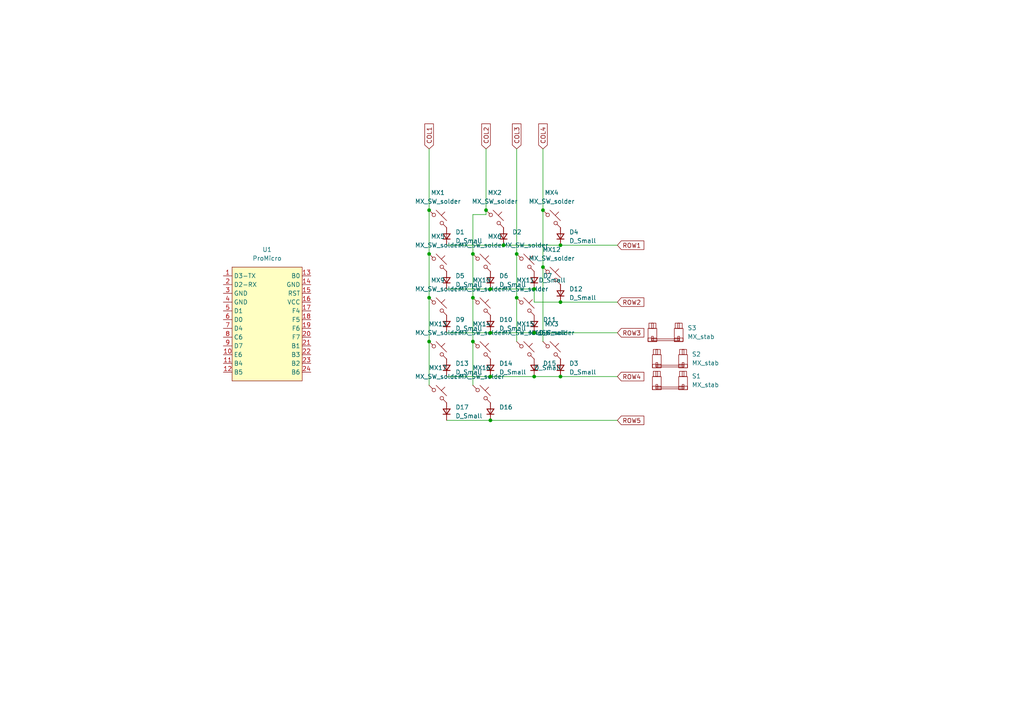
<source format=kicad_sch>
(kicad_sch (version 20231120) (generator "eeschema") (generator_version "8.0")
  (paper "A4")
  (lib_symbols
    (symbol "Device:D_Small" (pin_numbers hide) (pin_names (offset 0.254) hide)
      (property "Reference" "D" (at -1.27 2.032 0))
      (property "Value" "D_Small" (at -3.81 -2.032 0))
      (symbol "D_Small_0_1"
        (polyline (pts (xy -0.762 -1.016) (xy -0.762 1.016)) (stroke (width 0.254)))
        (polyline (pts (xy -0.762 0) (xy 0.762 0)))
        (polyline (pts (xy 0.762 -1.016) (xy -0.762 0) (xy 0.762 1.016) (xy 0.762 -1.016)) (stroke (width 0.254)))
      )
      (symbol "D_Small_1_1"
        (pin passive line (at -2.54 0 0) (length 1.778) (name "K") (number "1"))
        (pin passive line (at 2.54 0 180) (length 1.778) (name "A") (number "2"))
      )
    )
    (symbol "PCM_marbastlib-mx:MX_SW_solder" (pin_numbers hide) (pin_names (offset 1.016) hide)
      (property "Reference" "MX" (at 3.048 1.016 0))
      (property "Value" "MX_SW_solder" (at 0 -3.81 0))
      (symbol "MX_SW_solder_0_1"
        (circle (center -1.1684 1.1684) (radius 0.508))
        (polyline (pts (xy -0.508 2.54) (xy 2.54 -0.508)))
        (polyline (pts (xy 1.016 1.016) (xy 2.032 2.032)))
        (polyline (pts (xy -2.54 2.54) (xy -1.524 1.524) (xy -1.524 1.524)))
        (polyline (pts (xy 1.524 -1.524) (xy 2.54 -2.54) (xy 2.54 -2.54) (xy 2.54 -2.54)))
        (circle (center 1.143 -1.1938) (radius 0.508))
        (pin passive line (at -2.54 2.54 0) (length 0) (name "1") (number "1"))
        (pin passive line (at 2.54 -2.54 180) (length 0) (name "2") (number "2"))
      )
    )
    (symbol "PCM_marbastlib-mx:MX_stab" (pin_names (offset 1.016))
      (property "Reference" "S" (at -5.08 6.35 0))
      (property "Value" "MX_stab" (at -5.08 3.81 0))
      (symbol "MX_stab_0_1"
        (rectangle (start -5.08 -1.524) (end -2.54 -2.54))
        (rectangle (start -5.08 1.27) (end -2.54 -2.54))
        (rectangle (start -4.826 2.794) (end -2.794 1.27))
        (rectangle (start -4.064 -2.286) (end -3.556 -1.016))
        (rectangle (start -4.064 -1.778) (end 4.064 -2.286))
        (rectangle (start -4.064 1.27) (end -3.556 2.794))
        (rectangle (start 2.54 -1.524) (end 5.08 -2.54))
        (rectangle (start 2.54 1.27) (end 5.08 -2.54))
        (rectangle (start 2.794 2.794) (end 4.826 1.27))
        (rectangle (start 3.556 1.27) (end 4.064 2.794))
        (rectangle (start 4.064 -2.286) (end 3.556 -1.016))
      )
    )
    (symbol "PCM_marbastlib-promicroish:Arduino_ProMicro" (in_bom no)
      (property "Reference" "U" (at 0 20.32 0))
      (property "Value" "ProMicro" (at 0 17.78 0))
      (symbol "Arduino_ProMicro_0_0"
        (pin bidirectional line (at -12.7 13.97 0) (length 2.54) (name "D3-TX") (number "1"))
        (pin bidirectional line (at -12.7 -8.89 0) (length 2.54) (name "E6") (number "10"))
        (pin bidirectional line (at -12.7 -11.43 0) (length 2.54) (name "B4") (number "11"))
        (pin bidirectional line (at -12.7 -13.97 0) (length 2.54) (name "B5") (number "12"))
        (pin power_out line (at 12.7 11.43 180) (length 2.54) (name "GND") (number "14"))
        (pin bidirectional line (at 12.7 8.89 180) (length 2.54) (name "RST") (number "15"))
        (pin bidirectional line (at 12.7 3.81 180) (length 2.54) (name "F4") (number "17"))
        (pin bidirectional line (at 12.7 1.27 180) (length 2.54) (name "F5") (number "18"))
        (pin bidirectional line (at 12.7 -1.27 180) (length 2.54) (name "F6") (number "19"))
        (pin bidirectional line (at -12.7 11.43 0) (length 2.54) (name "D2-RX") (number "2"))
        (pin bidirectional line (at 12.7 -3.81 180) (length 2.54) (name "F7") (number "20"))
        (pin bidirectional line (at 12.7 -6.35 180) (length 2.54) (name "B1") (number "21"))
        (pin bidirectional line (at 12.7 -8.89 180) (length 2.54) (name "B3") (number "22"))
        (pin bidirectional line (at 12.7 -11.43 180) (length 2.54) (name "B2") (number "23"))
        (pin bidirectional line (at 12.7 -13.97 180) (length 2.54) (name "B6") (number "24"))
        (pin power_out line (at -12.7 8.89 0) (length 2.54) (name "GND") (number "3"))
        (pin power_out line (at -12.7 6.35 0) (length 2.54) (name "GND") (number "4"))
        (pin bidirectional line (at -12.7 3.81 0) (length 2.54) (name "D1") (number "5"))
        (pin bidirectional line (at -12.7 1.27 0) (length 2.54) (name "D0") (number "6"))
        (pin bidirectional line (at -12.7 -1.27 0) (length 2.54) (name "D4") (number "7"))
        (pin bidirectional line (at -12.7 -3.81 0) (length 2.54) (name "C6") (number "8"))
        (pin bidirectional line (at -12.7 -6.35 0) (length 2.54) (name "D7") (number "9"))
      )
      (symbol "Arduino_ProMicro_1_0"
        (pin bidirectional line (at 12.7 13.97 180) (length 2.54) (name "B0") (number "13"))
        (pin power_out line (at 12.7 6.35 180) (length 2.54) (name "VCC") (number "16"))
      )
      (symbol "Arduino_ProMicro_1_1"
        (rectangle (start -10.16 16.51) (end 10.16 -16.51) (fill (type background)))
      )
    )
  )
  (junction (at 124.46 86.36))
  (junction (at 154.94 109.22))
  (junction (at 154.94 83.82))
  (junction (at 124.46 99.06))
  (junction (at 124.46 60.96))
  (junction (at 137.16 73.66))
  (junction (at 157.48 77.47))
  (junction (at 157.48 60.96))
  (junction (at 154.94 96.52))
  (junction (at 162.56 71.12))
  (junction (at 142.24 109.22))
  (junction (at 142.24 121.92))
  (junction (at 146.05 71.12))
  (junction (at 140.97 60.96))
  (junction (at 162.56 109.22))
  (junction (at 142.24 83.82))
  (junction (at 149.86 73.66))
  (junction (at 137.16 86.36))
  (junction (at 124.46 73.66))
  (junction (at 142.24 96.52))
  (junction (at 162.56 87.63))
  (junction (at 149.86 86.36))
  (junction (at 137.16 99.06))
  (wire (pts (xy 129.54 109.22) (xy 142.24 109.22)))
  (wire (pts (xy 124.46 86.36) (xy 124.46 99.06)))
  (wire (pts (xy 137.16 73.66) (xy 137.16 86.36)))
  (wire (pts (xy 129.54 121.92) (xy 142.24 121.92)))
  (wire (pts (xy 149.86 73.66) (xy 149.86 86.36)))
  (wire (pts (xy 124.46 43.18) (xy 124.46 60.96)))
  (wire (pts (xy 137.16 62.23) (xy 137.16 73.66)))
  (wire (pts (xy 129.54 96.52) (xy 142.24 96.52)))
  (wire (pts (xy 179.07 87.63) (xy 162.56 87.63)))
  (wire (pts (xy 140.97 62.23) (xy 137.16 62.23)))
  (wire (pts (xy 157.48 60.96) (xy 157.48 77.47)))
  (wire (pts (xy 124.46 60.96) (xy 124.46 73.66)))
  (wire (pts (xy 129.54 83.82) (xy 142.24 83.82)))
  (wire (pts (xy 124.46 99.06) (xy 124.46 111.76)))
  (wire (pts (xy 154.94 87.63) (xy 154.94 83.82)))
  (wire (pts (xy 179.07 109.22) (xy 162.56 109.22)))
  (wire (pts (xy 179.07 71.12) (xy 162.56 71.12)))
  (wire (pts (xy 142.24 96.52) (xy 154.94 96.52)))
  (wire (pts (xy 157.48 43.18) (xy 157.48 60.96)))
  (wire (pts (xy 149.86 86.36) (xy 149.86 99.06)))
  (wire (pts (xy 137.16 86.36) (xy 137.16 99.06)))
  (wire (pts (xy 142.24 109.22) (xy 154.94 109.22)))
  (wire (pts (xy 154.94 87.63) (xy 162.56 87.63)))
  (wire (pts (xy 154.94 96.52) (xy 179.07 96.52)))
  (wire (pts (xy 140.97 60.96) (xy 140.97 62.23)))
  (wire (pts (xy 129.54 71.12) (xy 146.05 71.12)))
  (wire (pts (xy 146.05 71.12) (xy 162.56 71.12)))
  (wire (pts (xy 137.16 99.06) (xy 137.16 111.76)))
  (wire (pts (xy 154.94 109.22) (xy 162.56 109.22)))
  (wire (pts (xy 149.86 43.18) (xy 149.86 73.66)))
  (wire (pts (xy 142.24 83.82) (xy 154.94 83.82)))
  (wire (pts (xy 140.97 43.18) (xy 140.97 60.96)))
  (wire (pts (xy 124.46 73.66) (xy 124.46 86.36)))
  (wire (pts (xy 157.48 77.47) (xy 157.48 99.06)))
  (wire (pts (xy 179.07 121.92) (xy 142.24 121.92)))
  (global_label "ROW3" (shape input) (at 179.07 96.52 0) (property "Intersheetrefs" "${INTERSHEET_REFS}" (effects (hide yes))))
  (global_label "COL1" (shape input) (at 124.46 43.18 90) (property "Intersheetrefs" "${INTERSHEET_REFS}" (effects (hide yes))))
  (global_label "COL4" (shape input) (at 157.48 43.18 90) (property "Intersheetrefs" "${INTERSHEET_REFS}" (effects (hide yes))))
  (global_label "ROW5" (shape input) (at 179.07 121.92 0) (property "Intersheetrefs" "${INTERSHEET_REFS}" (effects (hide yes))))
  (global_label "ROW4" (shape input) (at 179.07 109.22 0) (property "Intersheetrefs" "${INTERSHEET_REFS}" (effects (hide yes))))
  (global_label "ROW1" (shape input) (at 179.07 71.12 0) (property "Intersheetrefs" "${INTERSHEET_REFS}" (effects (hide yes))))
  (global_label "COL3" (shape input) (at 149.86 43.18 90) (property "Intersheetrefs" "${INTERSHEET_REFS}" (effects (hide yes))))
  (global_label "ROW2" (shape input) (at 179.07 87.63 0) (property "Intersheetrefs" "${INTERSHEET_REFS}" (effects (hide yes))))
  (global_label "COL2" (shape input) (at 140.97 43.18 90) (property "Intersheetrefs" "${INTERSHEET_REFS}" (effects (hide yes))))
  (symbol (lib_id "Device:D_Small") (at 129.54 106.68 90) (unit 1)
    (property "Reference" "D13" (at 132.08 105.4099 90) (effects (justify right)))
    (property "Value" "D_Small" (at 132.08 107.9499 90) (effects (justify right)))
    (property "Footprint" "Diode_SMD:D_SOD-123" (effects (hide yes)))
    (property "Description" "Diode, small symbol" (effects (hide yes)))
    (property "Sim.Device" "D" (effects (hide yes)))
    (property "Sim.Pins" "1=K 2=A" (effects (hide yes)))
  )
  (symbol (lib_id "Device:D_Small") (at 162.56 106.68 90) (unit 1)
    (property "Reference" "D3" (at 165.1 105.4099 90) (effects (justify right)))
    (property "Value" "D_Small" (at 165.1 107.9499 90) (effects (justify right)))
    (property "Footprint" "Diode_SMD:D_SOD-123" (effects (hide yes)))
    (property "Description" "Diode, small symbol" (effects (hide yes)))
    (property "Sim.Device" "D" (effects (hide yes)))
    (property "Sim.Pins" "1=K 2=A" (effects (hide yes)))
  )
  (symbol (lib_id "PCM_marbastlib-mx:MX_SW_solder") (at 127 63.5 0) (unit 1)
    (property "Reference" "MX1" (at 127 55.88 0))
    (property "Value" "MX_SW_solder" (at 127 58.42 0))
    (property "Footprint" "PCM_marbastlib-mx:SW_MX_1u" (effects (hide yes)))
    (property "Description" "Push button switch, normally open, two pins, 45° tilted" (effects (hide yes)))
  )
  (symbol (lib_id "PCM_marbastlib-mx:MX_SW_solder") (at 152.4 101.6 0) (unit 1)
    (property "Reference" "MX15" (at 152.4 93.98 0))
    (property "Value" "MX_SW_solder" (at 152.4 96.52 0))
    (property "Footprint" "PCM_marbastlib-mx:SW_MX_1u" (effects (hide yes)))
    (property "Description" "Push button switch, normally open, two pins, 45° tilted" (effects (hide yes)))
  )
  (symbol (lib_id "Device:D_Small") (at 129.54 81.28 90) (unit 1)
    (property "Reference" "D5" (at 132.08 80.0099 90) (effects (justify right)))
    (property "Value" "D_Small" (at 132.08 82.5499 90) (effects (justify right)))
    (property "Footprint" "Diode_SMD:D_SOD-123" (effects (hide yes)))
    (property "Description" "Diode, small symbol" (effects (hide yes)))
    (property "Sim.Device" "D" (effects (hide yes)))
    (property "Sim.Pins" "1=K 2=A" (effects (hide yes)))
  )
  (symbol (lib_id "PCM_marbastlib-mx:MX_SW_solder") (at 127 114.3 0) (unit 1)
    (property "Reference" "MX17" (at 127 106.68 0))
    (property "Value" "MX_SW_solder" (at 127 109.22 0))
    (property "Footprint" "PCM_marbastlib-mx:SW_MX_1u" (effects (hide yes)))
    (property "Description" "Push button switch, normally open, two pins, 45° tilted" (effects (hide yes)))
  )
  (symbol (lib_id "PCM_marbastlib-mx:MX_stab") (at 193.04 96.52 0) (unit 1)
    (property "Reference" "S3" (at 199.39 95.1229 0) (effects (justify left)))
    (property "Value" "MX_stab" (at 199.39 97.6629 0) (effects (justify left)))
    (property "Footprint" "PCM_marbastlib-mx:STAB_MX_2u" (effects (hide yes)))
    (property "Description" "Cherry MX-style stabilizer" (effects (hide yes)))
  )
  (symbol (lib_id "PCM_marbastlib-mx:MX_SW_solder") (at 139.7 101.6 0) (unit 1)
    (property "Reference" "MX14" (at 139.7 93.98 0))
    (property "Value" "MX_SW_solder" (at 139.7 96.52 0))
    (property "Footprint" "PCM_marbastlib-mx:SW_MX_1u" (effects (hide yes)))
    (property "Description" "Push button switch, normally open, two pins, 45° tilted" (effects (hide yes)))
  )
  (symbol (lib_id "Device:D_Small") (at 142.24 93.98 90) (unit 1)
    (property "Reference" "D10" (at 144.78 92.7099 90) (effects (justify right)))
    (property "Value" "D_Small" (at 144.78 95.2499 90) (effects (justify right)))
    (property "Footprint" "Diode_SMD:D_SOD-123" (effects (hide yes)))
    (property "Description" "Diode, small symbol" (effects (hide yes)))
    (property "Sim.Device" "D" (effects (hide yes)))
    (property "Sim.Pins" "1=K 2=A" (effects (hide yes)))
  )
  (symbol (lib_id "Device:D_Small") (at 146.05 68.58 90) (unit 1)
    (property "Reference" "D2" (at 148.59 67.3099 90) (effects (justify right)))
    (property "Value" "D_Small" (effects (hide yes)))
    (property "Footprint" "Diode_SMD:D_SOD-123" (effects (hide yes)))
    (property "Description" "Diode, small symbol" (effects (hide yes)))
    (property "Sim.Device" "D" (effects (hide yes)))
    (property "Sim.Pins" "1=K 2=A" (effects (hide yes)))
  )
  (symbol (lib_id "PCM_marbastlib-mx:MX_SW_solder") (at 160.02 80.01 0) (unit 1)
    (property "Reference" "MX12" (at 160.02 72.39 0))
    (property "Value" "MX_SW_solder" (at 160.02 74.93 0))
    (property "Footprint" "PCM_marbastlib-mx:SW_MX_1u" (effects (hide yes)))
    (property "Description" "Push button switch, normally open, two pins, 45° tilted" (effects (hide yes)))
  )
  (symbol (lib_id "Device:D_Small") (at 142.24 119.38 90) (unit 1)
    (property "Reference" "D16" (at 144.78 118.1099 90) (effects (justify right)))
    (property "Value" "D_Small" (effects (hide yes)))
    (property "Footprint" "Diode_SMD:D_SOD-123" (effects (hide yes)))
    (property "Description" "Diode, small symbol" (effects (hide yes)))
    (property "Sim.Device" "D" (effects (hide yes)))
    (property "Sim.Pins" "1=K 2=A" (effects (hide yes)))
  )
  (symbol (lib_id "PCM_marbastlib-mx:MX_SW_solder") (at 127 101.6 0) (unit 1)
    (property "Reference" "MX13" (at 127 93.98 0))
    (property "Value" "MX_SW_solder" (at 127 96.52 0))
    (property "Footprint" "PCM_marbastlib-mx:SW_MX_1u" (effects (hide yes)))
    (property "Description" "Push button switch, normally open, two pins, 45° tilted" (effects (hide yes)))
  )
  (symbol (lib_id "Device:D_Small") (at 129.54 119.38 90) (unit 1)
    (property "Reference" "D17" (at 132.08 118.1099 90) (effects (justify right)))
    (property "Value" "D_Small" (at 132.08 120.6499 90) (effects (justify right)))
    (property "Footprint" "Diode_SMD:D_SOD-123" (effects (hide yes)))
    (property "Description" "Diode, small symbol" (effects (hide yes)))
    (property "Sim.Device" "D" (effects (hide yes)))
    (property "Sim.Pins" "1=K 2=A" (effects (hide yes)))
  )
  (symbol (lib_id "PCM_marbastlib-mx:MX_SW_solder") (at 152.4 76.2 0) (unit 1)
    (property "Reference" "MX7" (effects (hide yes)))
    (property "Value" "MX_SW_solder" (at 152.4 71.12 0))
    (property "Footprint" "PCM_marbastlib-mx:SW_MX_1u" (effects (hide yes)))
    (property "Description" "Push button switch, normally open, two pins, 45° tilted" (effects (hide yes)))
  )
  (symbol (lib_id "Device:D_Small") (at 129.54 68.58 90) (unit 1)
    (property "Reference" "D1" (at 132.08 67.3099 90) (effects (justify right)))
    (property "Value" "D_Small" (at 132.08 69.8499 90) (effects (justify right)))
    (property "Footprint" "Diode_SMD:D_SOD-123" (effects (hide yes)))
    (property "Description" "Diode, small symbol" (effects (hide yes)))
    (property "Sim.Device" "D" (effects (hide yes)))
    (property "Sim.Pins" "1=K 2=A" (effects (hide yes)))
  )
  (symbol (lib_id "PCM_marbastlib-mx:MX_SW_solder") (at 139.7 88.9 0) (unit 1)
    (property "Reference" "MX10" (at 139.7 81.28 0))
    (property "Value" "MX_SW_solder" (at 139.7 83.82 0))
    (property "Footprint" "PCM_marbastlib-mx:SW_MX_1u" (effects (hide yes)))
    (property "Description" "Push button switch, normally open, two pins, 45° tilted" (effects (hide yes)))
  )
  (symbol (lib_id "Device:D_Small") (at 154.94 93.98 90) (unit 1)
    (property "Reference" "D11" (at 157.48 92.7099 90) (effects (justify right)))
    (property "Value" "D_Small" (at 156.21 96.5199 90) (effects (justify right)))
    (property "Footprint" "Diode_SMD:D_SOD-123" (effects (hide yes)))
    (property "Description" "Diode, small symbol" (effects (hide yes)))
    (property "Sim.Device" "D" (effects (hide yes)))
    (property "Sim.Pins" "1=K 2=A" (effects (hide yes)))
  )
  (symbol (lib_id "PCM_marbastlib-mx:MX_SW_solder") (at 143.51 63.5 0) (unit 1)
    (property "Reference" "MX2" (at 143.51 55.88 0))
    (property "Value" "MX_SW_solder" (at 143.51 58.42 0))
    (property "Footprint" "PCM_marbastlib-mx:SW_MX_1.5u" (effects (hide yes)))
    (property "Description" "Push button switch, normally open, two pins, 45° tilted" (effects (hide yes)))
  )
  (symbol (lib_id "Device:D_Small") (at 162.56 68.58 90) (unit 1)
    (property "Reference" "D4" (at 165.1 67.3099 90) (effects (justify right)))
    (property "Value" "D_Small" (at 165.1 69.8499 90) (effects (justify right)))
    (property "Footprint" "Diode_SMD:D_SOD-123" (effects (hide yes)))
    (property "Description" "Diode, small symbol" (effects (hide yes)))
    (property "Sim.Device" "D" (effects (hide yes)))
    (property "Sim.Pins" "1=K 2=A" (effects (hide yes)))
  )
  (symbol (lib_id "PCM_marbastlib-mx:MX_stab") (at 194.31 104.14 0) (unit 1)
    (property "Reference" "S2" (at 200.66 102.7429 0) (effects (justify left)))
    (property "Value" "MX_stab" (at 200.66 105.2829 0) (effects (justify left)))
    (property "Footprint" "PCM_marbastlib-mx:STAB_MX_2u" (effects (hide yes)))
    (property "Description" "Cherry MX-style stabilizer" (effects (hide yes)))
  )
  (symbol (lib_id "Device:D_Small") (at 142.24 81.28 90) (unit 1)
    (property "Reference" "D6" (at 144.78 80.0099 90) (effects (justify right)))
    (property "Value" "D_Small" (at 144.78 82.5499 90) (effects (justify right)))
    (property "Footprint" "Diode_SMD:D_SOD-123" (effects (hide yes)))
    (property "Description" "Diode, small symbol" (effects (hide yes)))
    (property "Sim.Device" "D" (effects (hide yes)))
    (property "Sim.Pins" "1=K 2=A" (effects (hide yes)))
  )
  (symbol (lib_id "Device:D_Small") (at 154.94 106.68 90) (unit 1)
    (property "Reference" "D15" (at 157.48 105.4099 90) (effects (justify right)))
    (property "Value" "D_Small" (at 154.94 106.6799 90) (effects (justify right)))
    (property "Footprint" "Diode_SMD:D_SOD-123" (effects (hide yes)))
    (property "Description" "Diode, small symbol" (effects (hide yes)))
    (property "Sim.Device" "D" (effects (hide yes)))
    (property "Sim.Pins" "1=K 2=A" (effects (hide yes)))
  )
  (symbol (lib_id "PCM_marbastlib-mx:MX_stab") (at 194.31 110.49 0) (unit 1)
    (property "Reference" "S1" (at 200.66 109.0929 0) (effects (justify left)))
    (property "Value" "MX_stab" (at 200.66 111.6329 0) (effects (justify left)))
    (property "Footprint" "PCM_marbastlib-mx:STAB_MX_2u" (effects (hide yes)))
    (property "Description" "Cherry MX-style stabilizer" (effects (hide yes)))
  )
  (symbol (lib_id "Device:D_Small") (at 142.24 106.68 90) (unit 1)
    (property "Reference" "D14" (at 144.78 105.4099 90) (effects (justify right)))
    (property "Value" "D_Small" (at 144.78 107.9499 90) (effects (justify right)))
    (property "Footprint" "Diode_SMD:D_SOD-123" (effects (hide yes)))
    (property "Description" "Diode, small symbol" (effects (hide yes)))
    (property "Sim.Device" "D" (effects (hide yes)))
    (property "Sim.Pins" "1=K 2=A" (effects (hide yes)))
  )
  (symbol (lib_id "PCM_marbastlib-mx:MX_SW_solder") (at 139.7 114.3 0) (unit 1)
    (property "Reference" "MX16" (at 139.7 106.68 0))
    (property "Value" "MX_SW_solder" (at 139.7 109.22 0))
    (property "Footprint" "PCM_marbastlib-mx:SW_MX_1u" (effects (hide yes)))
    (property "Description" "Push button switch, normally open, two pins, 45° tilted" (effects (hide yes)))
  )
  (symbol (lib_id "PCM_marbastlib-mx:MX_SW_solder") (at 127 76.2 0) (unit 1)
    (property "Reference" "MX5" (at 127 68.58 0))
    (property "Value" "MX_SW_solder" (at 127 71.12 0))
    (property "Footprint" "PCM_marbastlib-mx:SW_MX_1u" (effects (hide yes)))
    (property "Description" "Push button switch, normally open, two pins, 45° tilted" (effects (hide yes)))
  )
  (symbol (lib_id "PCM_marbastlib-mx:MX_SW_solder") (at 160.02 101.6 0) (unit 1)
    (property "Reference" "MX3" (at 160.02 93.98 0))
    (property "Value" "MX_SW_solder" (at 160.02 96.52 0))
    (property "Footprint" "PCM_marbastlib-mx:SW_MX_1u" (effects (hide yes)))
    (property "Description" "Push button switch, normally open, two pins, 45° tilted" (effects (hide yes)))
  )
  (symbol (lib_id "Device:D_Small") (at 154.94 81.28 90) (unit 1)
    (property "Reference" "D7" (at 157.48 80.0099 90) (effects (justify right)))
    (property "Value" "D_Small" (at 156.21 81.2799 90) (effects (justify right)))
    (property "Footprint" "Diode_SMD:D_SOD-123" (effects (hide yes)))
    (property "Description" "Diode, small symbol" (effects (hide yes)))
    (property "Sim.Device" "D" (effects (hide yes)))
    (property "Sim.Pins" "1=K 2=A" (effects (hide yes)))
  )
  (symbol (lib_id "PCM_marbastlib-mx:MX_SW_solder") (at 160.02 63.5 0) (unit 1)
    (property "Reference" "MX4" (at 160.02 55.88 0))
    (property "Value" "MX_SW_solder" (at 160.02 58.42 0))
    (property "Footprint" "PCM_marbastlib-mx:SW_MX_1.5u" (effects (hide yes)))
    (property "Description" "Push button switch, normally open, two pins, 45° tilted" (effects (hide yes)))
  )
  (symbol (lib_id "PCM_marbastlib-mx:MX_SW_solder") (at 152.4 88.9 0) (unit 1)
    (property "Reference" "MX11" (at 152.4 81.28 0))
    (property "Value" "MX_SW_solder" (at 152.4 83.82 0))
    (property "Footprint" "PCM_marbastlib-mx:SW_MX_1u" (effects (hide yes)))
    (property "Description" "Push button switch, normally open, two pins, 45° tilted" (effects (hide yes)))
  )
  (symbol (lib_id "Device:D_Small") (at 162.56 85.09 90) (unit 1)
    (property "Reference" "D12" (at 165.1 83.8199 90) (effects (justify right)))
    (property "Value" "D_Small" (at 165.1 86.3599 90) (effects (justify right)))
    (property "Footprint" "Diode_SMD:D_SOD-123" (effects (hide yes)))
    (property "Description" "Diode, small symbol" (effects (hide yes)))
    (property "Sim.Device" "D" (effects (hide yes)))
    (property "Sim.Pins" "1=K 2=A" (effects (hide yes)))
  )
  (symbol (lib_id "PCM_marbastlib-mx:MX_SW_solder") (at 127 88.9 0) (unit 1)
    (property "Reference" "MX9" (at 127 81.28 0))
    (property "Value" "MX_SW_solder" (at 127 83.82 0))
    (property "Footprint" "PCM_marbastlib-mx:SW_MX_1u" (effects (hide yes)))
    (property "Description" "Push button switch, normally open, two pins, 45° tilted" (effects (hide yes)))
  )
  (symbol (lib_id "Device:D_Small") (at 129.54 93.98 90) (unit 1)
    (property "Reference" "D9" (at 132.08 92.7099 90) (effects (justify right)))
    (property "Value" "D_Small" (at 132.08 95.2499 90) (effects (justify right)))
    (property "Footprint" "Diode_SMD:D_SOD-123" (effects (hide yes)))
    (property "Description" "Diode, small symbol" (effects (hide yes)))
    (property "Sim.Device" "D" (effects (hide yes)))
    (property "Sim.Pins" "1=K 2=A" (effects (hide yes)))
  )
  (symbol (lib_id "PCM_marbastlib-mx:MX_SW_solder") (at 139.7 76.2 0) (unit 1)
    (property "Reference" "MX6" (at 143.51 68.58 0))
    (property "Value" "MX_SW_solder" (at 139.7 71.12 0))
    (property "Footprint" "PCM_marbastlib-mx:SW_MX_1u" (effects (hide yes)))
    (property "Description" "Push button switch, normally open, two pins, 45° tilted" (effects (hide yes)))
  )
  (symbol (lib_id "PCM_marbastlib-promicroish:Arduino_ProMicro") (at 77.47 93.98 0) (unit 1) (in_bom no)
    (property "Reference" "U1" (at 77.47 72.39 0))
    (property "Value" "ProMicro" (at 77.47 74.93 0))
    (property "Footprint" "PCM_marbastlib-xp-promicroish:ProMicro_USBup" (effects (hide yes)))
    (property "Description" "Symbol for an Arduino Pro Micro" (effects (hide yes)))
  )
)
</source>
